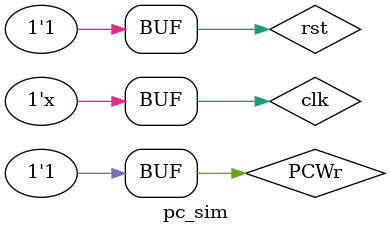
<source format=v>
`timescale 1ns / 1ps


module pc_sim();
     reg clk=0,rst=0,PCWr=0;
     reg [31:0] npc;
     wire [31:0] pc;
    PC uut(npc,PCWr,clk,rst,pc);
    initial begin
     #15 rst=1;
     #20 PCWr=1;
    end
    always #5 clk=~clk;
    
endmodule

</source>
